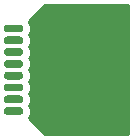
<source format=gbl>
G04 #@! TF.GenerationSoftware,KiCad,Pcbnew,(5.1.5)-3*
G04 #@! TF.CreationDate,2019-12-29T19:45:59-08:00*
G04 #@! TF.ProjectId,teensy40-sd-adapter,7465656e-7379-4343-902d-73642d616461,rev?*
G04 #@! TF.SameCoordinates,Original*
G04 #@! TF.FileFunction,Copper,L2,Bot*
G04 #@! TF.FilePolarity,Positive*
%FSLAX46Y46*%
G04 Gerber Fmt 4.6, Leading zero omitted, Abs format (unit mm)*
G04 Created by KiCad (PCBNEW (5.1.5)-3) date 2019-12-29 19:45:59*
%MOMM*%
%LPD*%
G04 APERTURE LIST*
%ADD10C,0.100000*%
%ADD11C,0.254000*%
G04 APERTURE END LIST*
G04 #@! TA.AperFunction,ComponentPad*
D10*
G36*
X126289856Y-98411565D02*
G01*
X126321404Y-98416245D01*
X126352343Y-98423994D01*
X126382372Y-98434739D01*
X126411204Y-98448376D01*
X126438560Y-98464772D01*
X126464178Y-98483772D01*
X126487810Y-98505190D01*
X126509228Y-98528822D01*
X126528228Y-98554440D01*
X126544624Y-98581796D01*
X126558261Y-98610628D01*
X126569006Y-98640657D01*
X126576755Y-98671596D01*
X126581435Y-98703144D01*
X126583000Y-98735000D01*
X126583000Y-98735002D01*
X126581435Y-98766858D01*
X126576755Y-98798406D01*
X126569006Y-98829345D01*
X126558261Y-98859374D01*
X126544624Y-98888206D01*
X126528228Y-98915562D01*
X126509228Y-98941180D01*
X126487810Y-98964812D01*
X126464178Y-98986230D01*
X126438560Y-99005230D01*
X126411204Y-99021626D01*
X126382372Y-99035263D01*
X126352343Y-99046008D01*
X126321404Y-99053757D01*
X126289856Y-99058437D01*
X126258000Y-99060002D01*
X125258000Y-99060002D01*
X125226144Y-99058437D01*
X125194596Y-99053757D01*
X125163657Y-99046008D01*
X125133628Y-99035263D01*
X125104796Y-99021626D01*
X125077440Y-99005230D01*
X125051822Y-98986230D01*
X125028190Y-98964812D01*
X125006772Y-98941180D01*
X124987772Y-98915562D01*
X124971376Y-98888206D01*
X124957739Y-98859374D01*
X124946994Y-98829345D01*
X124939245Y-98798406D01*
X124934565Y-98766858D01*
X124933000Y-98735002D01*
X124933000Y-98735000D01*
X124934565Y-98703144D01*
X124939245Y-98671596D01*
X124946994Y-98640657D01*
X124957739Y-98610628D01*
X124971376Y-98581796D01*
X124987772Y-98554440D01*
X125006772Y-98528822D01*
X125028190Y-98505190D01*
X125051822Y-98483772D01*
X125077440Y-98464772D01*
X125104796Y-98448376D01*
X125133628Y-98434739D01*
X125163657Y-98423994D01*
X125194596Y-98416245D01*
X125226144Y-98411565D01*
X125258000Y-98410000D01*
X126258000Y-98410000D01*
X126289856Y-98411565D01*
G37*
G04 #@! TD.AperFunction*
G04 #@! TA.AperFunction,ComponentPad*
G36*
X126289856Y-97411565D02*
G01*
X126321404Y-97416245D01*
X126352343Y-97423994D01*
X126382372Y-97434739D01*
X126411204Y-97448376D01*
X126438560Y-97464772D01*
X126464178Y-97483772D01*
X126487810Y-97505190D01*
X126509228Y-97528822D01*
X126528228Y-97554440D01*
X126544624Y-97581796D01*
X126558261Y-97610628D01*
X126569006Y-97640657D01*
X126576755Y-97671596D01*
X126581435Y-97703144D01*
X126583000Y-97735000D01*
X126583000Y-97735002D01*
X126581435Y-97766858D01*
X126576755Y-97798406D01*
X126569006Y-97829345D01*
X126558261Y-97859374D01*
X126544624Y-97888206D01*
X126528228Y-97915562D01*
X126509228Y-97941180D01*
X126487810Y-97964812D01*
X126464178Y-97986230D01*
X126438560Y-98005230D01*
X126411204Y-98021626D01*
X126382372Y-98035263D01*
X126352343Y-98046008D01*
X126321404Y-98053757D01*
X126289856Y-98058437D01*
X126258000Y-98060002D01*
X125258000Y-98060002D01*
X125226144Y-98058437D01*
X125194596Y-98053757D01*
X125163657Y-98046008D01*
X125133628Y-98035263D01*
X125104796Y-98021626D01*
X125077440Y-98005230D01*
X125051822Y-97986230D01*
X125028190Y-97964812D01*
X125006772Y-97941180D01*
X124987772Y-97915562D01*
X124971376Y-97888206D01*
X124957739Y-97859374D01*
X124946994Y-97829345D01*
X124939245Y-97798406D01*
X124934565Y-97766858D01*
X124933000Y-97735002D01*
X124933000Y-97735000D01*
X124934565Y-97703144D01*
X124939245Y-97671596D01*
X124946994Y-97640657D01*
X124957739Y-97610628D01*
X124971376Y-97581796D01*
X124987772Y-97554440D01*
X125006772Y-97528822D01*
X125028190Y-97505190D01*
X125051822Y-97483772D01*
X125077440Y-97464772D01*
X125104796Y-97448376D01*
X125133628Y-97434739D01*
X125163657Y-97423994D01*
X125194596Y-97416245D01*
X125226144Y-97411565D01*
X125258000Y-97410000D01*
X126258000Y-97410000D01*
X126289856Y-97411565D01*
G37*
G04 #@! TD.AperFunction*
G04 #@! TA.AperFunction,ComponentPad*
G36*
X126289856Y-96411565D02*
G01*
X126321404Y-96416245D01*
X126352343Y-96423994D01*
X126382372Y-96434739D01*
X126411204Y-96448376D01*
X126438560Y-96464772D01*
X126464178Y-96483772D01*
X126487810Y-96505190D01*
X126509228Y-96528822D01*
X126528228Y-96554440D01*
X126544624Y-96581796D01*
X126558261Y-96610628D01*
X126569006Y-96640657D01*
X126576755Y-96671596D01*
X126581435Y-96703144D01*
X126583000Y-96735000D01*
X126583000Y-96735002D01*
X126581435Y-96766858D01*
X126576755Y-96798406D01*
X126569006Y-96829345D01*
X126558261Y-96859374D01*
X126544624Y-96888206D01*
X126528228Y-96915562D01*
X126509228Y-96941180D01*
X126487810Y-96964812D01*
X126464178Y-96986230D01*
X126438560Y-97005230D01*
X126411204Y-97021626D01*
X126382372Y-97035263D01*
X126352343Y-97046008D01*
X126321404Y-97053757D01*
X126289856Y-97058437D01*
X126258000Y-97060002D01*
X125258000Y-97060002D01*
X125226144Y-97058437D01*
X125194596Y-97053757D01*
X125163657Y-97046008D01*
X125133628Y-97035263D01*
X125104796Y-97021626D01*
X125077440Y-97005230D01*
X125051822Y-96986230D01*
X125028190Y-96964812D01*
X125006772Y-96941180D01*
X124987772Y-96915562D01*
X124971376Y-96888206D01*
X124957739Y-96859374D01*
X124946994Y-96829345D01*
X124939245Y-96798406D01*
X124934565Y-96766858D01*
X124933000Y-96735002D01*
X124933000Y-96735000D01*
X124934565Y-96703144D01*
X124939245Y-96671596D01*
X124946994Y-96640657D01*
X124957739Y-96610628D01*
X124971376Y-96581796D01*
X124987772Y-96554440D01*
X125006772Y-96528822D01*
X125028190Y-96505190D01*
X125051822Y-96483772D01*
X125077440Y-96464772D01*
X125104796Y-96448376D01*
X125133628Y-96434739D01*
X125163657Y-96423994D01*
X125194596Y-96416245D01*
X125226144Y-96411565D01*
X125258000Y-96410000D01*
X126258000Y-96410000D01*
X126289856Y-96411565D01*
G37*
G04 #@! TD.AperFunction*
G04 #@! TA.AperFunction,ComponentPad*
G36*
X126289856Y-95411565D02*
G01*
X126321404Y-95416245D01*
X126352343Y-95423994D01*
X126382372Y-95434739D01*
X126411204Y-95448376D01*
X126438560Y-95464772D01*
X126464178Y-95483772D01*
X126487810Y-95505190D01*
X126509228Y-95528822D01*
X126528228Y-95554440D01*
X126544624Y-95581796D01*
X126558261Y-95610628D01*
X126569006Y-95640657D01*
X126576755Y-95671596D01*
X126581435Y-95703144D01*
X126583000Y-95735000D01*
X126583000Y-95735002D01*
X126581435Y-95766858D01*
X126576755Y-95798406D01*
X126569006Y-95829345D01*
X126558261Y-95859374D01*
X126544624Y-95888206D01*
X126528228Y-95915562D01*
X126509228Y-95941180D01*
X126487810Y-95964812D01*
X126464178Y-95986230D01*
X126438560Y-96005230D01*
X126411204Y-96021626D01*
X126382372Y-96035263D01*
X126352343Y-96046008D01*
X126321404Y-96053757D01*
X126289856Y-96058437D01*
X126258000Y-96060002D01*
X125258000Y-96060002D01*
X125226144Y-96058437D01*
X125194596Y-96053757D01*
X125163657Y-96046008D01*
X125133628Y-96035263D01*
X125104796Y-96021626D01*
X125077440Y-96005230D01*
X125051822Y-95986230D01*
X125028190Y-95964812D01*
X125006772Y-95941180D01*
X124987772Y-95915562D01*
X124971376Y-95888206D01*
X124957739Y-95859374D01*
X124946994Y-95829345D01*
X124939245Y-95798406D01*
X124934565Y-95766858D01*
X124933000Y-95735002D01*
X124933000Y-95735000D01*
X124934565Y-95703144D01*
X124939245Y-95671596D01*
X124946994Y-95640657D01*
X124957739Y-95610628D01*
X124971376Y-95581796D01*
X124987772Y-95554440D01*
X125006772Y-95528822D01*
X125028190Y-95505190D01*
X125051822Y-95483772D01*
X125077440Y-95464772D01*
X125104796Y-95448376D01*
X125133628Y-95434739D01*
X125163657Y-95423994D01*
X125194596Y-95416245D01*
X125226144Y-95411565D01*
X125258000Y-95410000D01*
X126258000Y-95410000D01*
X126289856Y-95411565D01*
G37*
G04 #@! TD.AperFunction*
G04 #@! TA.AperFunction,ComponentPad*
G36*
X126289856Y-94411565D02*
G01*
X126321404Y-94416245D01*
X126352343Y-94423994D01*
X126382372Y-94434739D01*
X126411204Y-94448376D01*
X126438560Y-94464772D01*
X126464178Y-94483772D01*
X126487810Y-94505190D01*
X126509228Y-94528822D01*
X126528228Y-94554440D01*
X126544624Y-94581796D01*
X126558261Y-94610628D01*
X126569006Y-94640657D01*
X126576755Y-94671596D01*
X126581435Y-94703144D01*
X126583000Y-94735000D01*
X126583000Y-94735002D01*
X126581435Y-94766858D01*
X126576755Y-94798406D01*
X126569006Y-94829345D01*
X126558261Y-94859374D01*
X126544624Y-94888206D01*
X126528228Y-94915562D01*
X126509228Y-94941180D01*
X126487810Y-94964812D01*
X126464178Y-94986230D01*
X126438560Y-95005230D01*
X126411204Y-95021626D01*
X126382372Y-95035263D01*
X126352343Y-95046008D01*
X126321404Y-95053757D01*
X126289856Y-95058437D01*
X126258000Y-95060002D01*
X125258000Y-95060002D01*
X125226144Y-95058437D01*
X125194596Y-95053757D01*
X125163657Y-95046008D01*
X125133628Y-95035263D01*
X125104796Y-95021626D01*
X125077440Y-95005230D01*
X125051822Y-94986230D01*
X125028190Y-94964812D01*
X125006772Y-94941180D01*
X124987772Y-94915562D01*
X124971376Y-94888206D01*
X124957739Y-94859374D01*
X124946994Y-94829345D01*
X124939245Y-94798406D01*
X124934565Y-94766858D01*
X124933000Y-94735002D01*
X124933000Y-94735000D01*
X124934565Y-94703144D01*
X124939245Y-94671596D01*
X124946994Y-94640657D01*
X124957739Y-94610628D01*
X124971376Y-94581796D01*
X124987772Y-94554440D01*
X125006772Y-94528822D01*
X125028190Y-94505190D01*
X125051822Y-94483772D01*
X125077440Y-94464772D01*
X125104796Y-94448376D01*
X125133628Y-94434739D01*
X125163657Y-94423994D01*
X125194596Y-94416245D01*
X125226144Y-94411565D01*
X125258000Y-94410000D01*
X126258000Y-94410000D01*
X126289856Y-94411565D01*
G37*
G04 #@! TD.AperFunction*
G04 #@! TA.AperFunction,ComponentPad*
G36*
X126289856Y-93411565D02*
G01*
X126321404Y-93416245D01*
X126352343Y-93423994D01*
X126382372Y-93434739D01*
X126411204Y-93448376D01*
X126438560Y-93464772D01*
X126464178Y-93483772D01*
X126487810Y-93505190D01*
X126509228Y-93528822D01*
X126528228Y-93554440D01*
X126544624Y-93581796D01*
X126558261Y-93610628D01*
X126569006Y-93640657D01*
X126576755Y-93671596D01*
X126581435Y-93703144D01*
X126583000Y-93735000D01*
X126583000Y-93735002D01*
X126581435Y-93766858D01*
X126576755Y-93798406D01*
X126569006Y-93829345D01*
X126558261Y-93859374D01*
X126544624Y-93888206D01*
X126528228Y-93915562D01*
X126509228Y-93941180D01*
X126487810Y-93964812D01*
X126464178Y-93986230D01*
X126438560Y-94005230D01*
X126411204Y-94021626D01*
X126382372Y-94035263D01*
X126352343Y-94046008D01*
X126321404Y-94053757D01*
X126289856Y-94058437D01*
X126258000Y-94060002D01*
X125258000Y-94060002D01*
X125226144Y-94058437D01*
X125194596Y-94053757D01*
X125163657Y-94046008D01*
X125133628Y-94035263D01*
X125104796Y-94021626D01*
X125077440Y-94005230D01*
X125051822Y-93986230D01*
X125028190Y-93964812D01*
X125006772Y-93941180D01*
X124987772Y-93915562D01*
X124971376Y-93888206D01*
X124957739Y-93859374D01*
X124946994Y-93829345D01*
X124939245Y-93798406D01*
X124934565Y-93766858D01*
X124933000Y-93735002D01*
X124933000Y-93735000D01*
X124934565Y-93703144D01*
X124939245Y-93671596D01*
X124946994Y-93640657D01*
X124957739Y-93610628D01*
X124971376Y-93581796D01*
X124987772Y-93554440D01*
X125006772Y-93528822D01*
X125028190Y-93505190D01*
X125051822Y-93483772D01*
X125077440Y-93464772D01*
X125104796Y-93448376D01*
X125133628Y-93434739D01*
X125163657Y-93423994D01*
X125194596Y-93416245D01*
X125226144Y-93411565D01*
X125258000Y-93410000D01*
X126258000Y-93410000D01*
X126289856Y-93411565D01*
G37*
G04 #@! TD.AperFunction*
G04 #@! TA.AperFunction,ComponentPad*
G36*
X126289856Y-92411565D02*
G01*
X126321404Y-92416245D01*
X126352343Y-92423994D01*
X126382372Y-92434739D01*
X126411204Y-92448376D01*
X126438560Y-92464772D01*
X126464178Y-92483772D01*
X126487810Y-92505190D01*
X126509228Y-92528822D01*
X126528228Y-92554440D01*
X126544624Y-92581796D01*
X126558261Y-92610628D01*
X126569006Y-92640657D01*
X126576755Y-92671596D01*
X126581435Y-92703144D01*
X126583000Y-92735000D01*
X126583000Y-92735002D01*
X126581435Y-92766858D01*
X126576755Y-92798406D01*
X126569006Y-92829345D01*
X126558261Y-92859374D01*
X126544624Y-92888206D01*
X126528228Y-92915562D01*
X126509228Y-92941180D01*
X126487810Y-92964812D01*
X126464178Y-92986230D01*
X126438560Y-93005230D01*
X126411204Y-93021626D01*
X126382372Y-93035263D01*
X126352343Y-93046008D01*
X126321404Y-93053757D01*
X126289856Y-93058437D01*
X126258000Y-93060002D01*
X125258000Y-93060002D01*
X125226144Y-93058437D01*
X125194596Y-93053757D01*
X125163657Y-93046008D01*
X125133628Y-93035263D01*
X125104796Y-93021626D01*
X125077440Y-93005230D01*
X125051822Y-92986230D01*
X125028190Y-92964812D01*
X125006772Y-92941180D01*
X124987772Y-92915562D01*
X124971376Y-92888206D01*
X124957739Y-92859374D01*
X124946994Y-92829345D01*
X124939245Y-92798406D01*
X124934565Y-92766858D01*
X124933000Y-92735002D01*
X124933000Y-92735000D01*
X124934565Y-92703144D01*
X124939245Y-92671596D01*
X124946994Y-92640657D01*
X124957739Y-92610628D01*
X124971376Y-92581796D01*
X124987772Y-92554440D01*
X125006772Y-92528822D01*
X125028190Y-92505190D01*
X125051822Y-92483772D01*
X125077440Y-92464772D01*
X125104796Y-92448376D01*
X125133628Y-92434739D01*
X125163657Y-92423994D01*
X125194596Y-92416245D01*
X125226144Y-92411565D01*
X125258000Y-92410000D01*
X126258000Y-92410000D01*
X126289856Y-92411565D01*
G37*
G04 #@! TD.AperFunction*
G04 #@! TA.AperFunction,ComponentPad*
G36*
X126289856Y-91411565D02*
G01*
X126321404Y-91416245D01*
X126352343Y-91423994D01*
X126382372Y-91434739D01*
X126411204Y-91448376D01*
X126438560Y-91464772D01*
X126464178Y-91483772D01*
X126487810Y-91505190D01*
X126509228Y-91528822D01*
X126528228Y-91554440D01*
X126544624Y-91581796D01*
X126558261Y-91610628D01*
X126569006Y-91640657D01*
X126576755Y-91671596D01*
X126581435Y-91703144D01*
X126583000Y-91735000D01*
X126583000Y-91735002D01*
X126581435Y-91766858D01*
X126576755Y-91798406D01*
X126569006Y-91829345D01*
X126558261Y-91859374D01*
X126544624Y-91888206D01*
X126528228Y-91915562D01*
X126509228Y-91941180D01*
X126487810Y-91964812D01*
X126464178Y-91986230D01*
X126438560Y-92005230D01*
X126411204Y-92021626D01*
X126382372Y-92035263D01*
X126352343Y-92046008D01*
X126321404Y-92053757D01*
X126289856Y-92058437D01*
X126258000Y-92060002D01*
X125258000Y-92060002D01*
X125226144Y-92058437D01*
X125194596Y-92053757D01*
X125163657Y-92046008D01*
X125133628Y-92035263D01*
X125104796Y-92021626D01*
X125077440Y-92005230D01*
X125051822Y-91986230D01*
X125028190Y-91964812D01*
X125006772Y-91941180D01*
X124987772Y-91915562D01*
X124971376Y-91888206D01*
X124957739Y-91859374D01*
X124946994Y-91829345D01*
X124939245Y-91798406D01*
X124934565Y-91766858D01*
X124933000Y-91735002D01*
X124933000Y-91735000D01*
X124934565Y-91703144D01*
X124939245Y-91671596D01*
X124946994Y-91640657D01*
X124957739Y-91610628D01*
X124971376Y-91581796D01*
X124987772Y-91554440D01*
X125006772Y-91528822D01*
X125028190Y-91505190D01*
X125051822Y-91483772D01*
X125077440Y-91464772D01*
X125104796Y-91448376D01*
X125133628Y-91434739D01*
X125163657Y-91423994D01*
X125194596Y-91416245D01*
X125226144Y-91411565D01*
X125258000Y-91410000D01*
X126258000Y-91410000D01*
X126289856Y-91411565D01*
G37*
G04 #@! TD.AperFunction*
D11*
G36*
X135490001Y-100690000D02*
G01*
X128423381Y-100690000D01*
X127051503Y-99318123D01*
X127079552Y-99283945D01*
X127170859Y-99113121D01*
X127227086Y-98927765D01*
X127246072Y-98735002D01*
X127246072Y-98735000D01*
X127227086Y-98542237D01*
X127170859Y-98356881D01*
X127105713Y-98235001D01*
X127170859Y-98113121D01*
X127227086Y-97927765D01*
X127246072Y-97735002D01*
X127246072Y-97735000D01*
X127227086Y-97542237D01*
X127170859Y-97356881D01*
X127105713Y-97235001D01*
X127170859Y-97113121D01*
X127227086Y-96927765D01*
X127246072Y-96735002D01*
X127246072Y-96735000D01*
X127227086Y-96542237D01*
X127170859Y-96356881D01*
X127105713Y-96235001D01*
X127170859Y-96113121D01*
X127227086Y-95927765D01*
X127246072Y-95735002D01*
X127246072Y-95735000D01*
X127227086Y-95542237D01*
X127170859Y-95356881D01*
X127105713Y-95235001D01*
X127170859Y-95113121D01*
X127227086Y-94927765D01*
X127246072Y-94735002D01*
X127246072Y-94735000D01*
X127227086Y-94542237D01*
X127170859Y-94356881D01*
X127105713Y-94235001D01*
X127170859Y-94113121D01*
X127227086Y-93927765D01*
X127246072Y-93735002D01*
X127246072Y-93735000D01*
X127227086Y-93542237D01*
X127170859Y-93356881D01*
X127105713Y-93235001D01*
X127170859Y-93113121D01*
X127227086Y-92927765D01*
X127246072Y-92735002D01*
X127246072Y-92735000D01*
X127227086Y-92542237D01*
X127170859Y-92356881D01*
X127105713Y-92235001D01*
X127170859Y-92113121D01*
X127227086Y-91927765D01*
X127246072Y-91735002D01*
X127246072Y-91735000D01*
X127227086Y-91542237D01*
X127170859Y-91356881D01*
X127079552Y-91186057D01*
X127042487Y-91140893D01*
X128423381Y-89760000D01*
X135490000Y-89760000D01*
X135490001Y-100690000D01*
G37*
X135490001Y-100690000D02*
X128423381Y-100690000D01*
X127051503Y-99318123D01*
X127079552Y-99283945D01*
X127170859Y-99113121D01*
X127227086Y-98927765D01*
X127246072Y-98735002D01*
X127246072Y-98735000D01*
X127227086Y-98542237D01*
X127170859Y-98356881D01*
X127105713Y-98235001D01*
X127170859Y-98113121D01*
X127227086Y-97927765D01*
X127246072Y-97735002D01*
X127246072Y-97735000D01*
X127227086Y-97542237D01*
X127170859Y-97356881D01*
X127105713Y-97235001D01*
X127170859Y-97113121D01*
X127227086Y-96927765D01*
X127246072Y-96735002D01*
X127246072Y-96735000D01*
X127227086Y-96542237D01*
X127170859Y-96356881D01*
X127105713Y-96235001D01*
X127170859Y-96113121D01*
X127227086Y-95927765D01*
X127246072Y-95735002D01*
X127246072Y-95735000D01*
X127227086Y-95542237D01*
X127170859Y-95356881D01*
X127105713Y-95235001D01*
X127170859Y-95113121D01*
X127227086Y-94927765D01*
X127246072Y-94735002D01*
X127246072Y-94735000D01*
X127227086Y-94542237D01*
X127170859Y-94356881D01*
X127105713Y-94235001D01*
X127170859Y-94113121D01*
X127227086Y-93927765D01*
X127246072Y-93735002D01*
X127246072Y-93735000D01*
X127227086Y-93542237D01*
X127170859Y-93356881D01*
X127105713Y-93235001D01*
X127170859Y-93113121D01*
X127227086Y-92927765D01*
X127246072Y-92735002D01*
X127246072Y-92735000D01*
X127227086Y-92542237D01*
X127170859Y-92356881D01*
X127105713Y-92235001D01*
X127170859Y-92113121D01*
X127227086Y-91927765D01*
X127246072Y-91735002D01*
X127246072Y-91735000D01*
X127227086Y-91542237D01*
X127170859Y-91356881D01*
X127079552Y-91186057D01*
X127042487Y-91140893D01*
X128423381Y-89760000D01*
X135490000Y-89760000D01*
X135490001Y-100690000D01*
M02*

</source>
